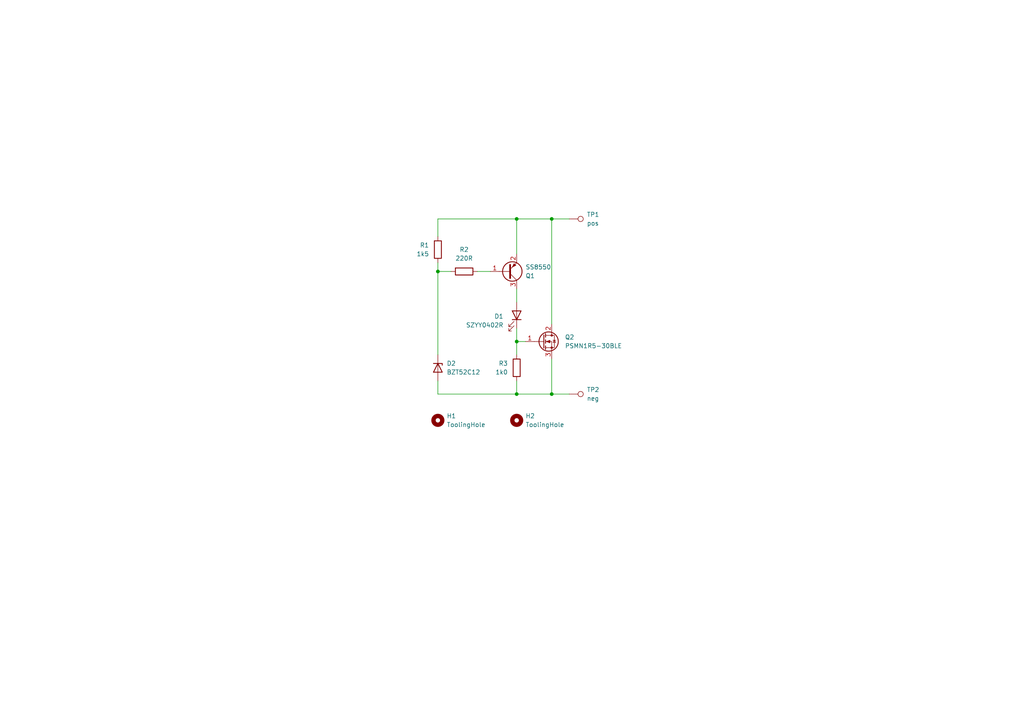
<source format=kicad_sch>
(kicad_sch
	(version 20250114)
	(generator "eeschema")
	(generator_version "9.0")
	(uuid "8a2dbd73-ab29-4ded-aa43-9059d558273c")
	(paper "A4")
	(lib_symbols
		(symbol "Connector:TestPoint"
			(pin_numbers
				(hide yes)
			)
			(pin_names
				(offset 0.762)
				(hide yes)
			)
			(exclude_from_sim no)
			(in_bom yes)
			(on_board yes)
			(property "Reference" "TP"
				(at 0 6.858 0)
				(effects
					(font
						(size 1.27 1.27)
					)
				)
			)
			(property "Value" "TestPoint"
				(at 0 5.08 0)
				(effects
					(font
						(size 1.27 1.27)
					)
				)
			)
			(property "Footprint" ""
				(at 5.08 0 0)
				(effects
					(font
						(size 1.27 1.27)
					)
					(hide yes)
				)
			)
			(property "Datasheet" "~"
				(at 5.08 0 0)
				(effects
					(font
						(size 1.27 1.27)
					)
					(hide yes)
				)
			)
			(property "Description" "test point"
				(at 0 0 0)
				(effects
					(font
						(size 1.27 1.27)
					)
					(hide yes)
				)
			)
			(property "ki_keywords" "test point tp"
				(at 0 0 0)
				(effects
					(font
						(size 1.27 1.27)
					)
					(hide yes)
				)
			)
			(property "ki_fp_filters" "Pin* Test*"
				(at 0 0 0)
				(effects
					(font
						(size 1.27 1.27)
					)
					(hide yes)
				)
			)
			(symbol "TestPoint_0_1"
				(circle
					(center 0 3.302)
					(radius 0.762)
					(stroke
						(width 0)
						(type default)
					)
					(fill
						(type none)
					)
				)
			)
			(symbol "TestPoint_1_1"
				(pin passive line
					(at 0 0 90)
					(length 2.54)
					(name "1"
						(effects
							(font
								(size 1.27 1.27)
							)
						)
					)
					(number "1"
						(effects
							(font
								(size 1.27 1.27)
							)
						)
					)
				)
			)
			(embedded_fonts no)
		)
		(symbol "Device:LED"
			(pin_numbers
				(hide yes)
			)
			(pin_names
				(offset 1.016)
				(hide yes)
			)
			(exclude_from_sim no)
			(in_bom yes)
			(on_board yes)
			(property "Reference" "D"
				(at 0 2.54 0)
				(effects
					(font
						(size 1.27 1.27)
					)
				)
			)
			(property "Value" "LED"
				(at 0 -2.54 0)
				(effects
					(font
						(size 1.27 1.27)
					)
				)
			)
			(property "Footprint" ""
				(at 0 0 0)
				(effects
					(font
						(size 1.27 1.27)
					)
					(hide yes)
				)
			)
			(property "Datasheet" "~"
				(at 0 0 0)
				(effects
					(font
						(size 1.27 1.27)
					)
					(hide yes)
				)
			)
			(property "Description" "Light emitting diode"
				(at 0 0 0)
				(effects
					(font
						(size 1.27 1.27)
					)
					(hide yes)
				)
			)
			(property "Sim.Pins" "1=K 2=A"
				(at 0 0 0)
				(effects
					(font
						(size 1.27 1.27)
					)
					(hide yes)
				)
			)
			(property "ki_keywords" "LED diode"
				(at 0 0 0)
				(effects
					(font
						(size 1.27 1.27)
					)
					(hide yes)
				)
			)
			(property "ki_fp_filters" "LED* LED_SMD:* LED_THT:*"
				(at 0 0 0)
				(effects
					(font
						(size 1.27 1.27)
					)
					(hide yes)
				)
			)
			(symbol "LED_0_1"
				(polyline
					(pts
						(xy -3.048 -0.762) (xy -4.572 -2.286) (xy -3.81 -2.286) (xy -4.572 -2.286) (xy -4.572 -1.524)
					)
					(stroke
						(width 0)
						(type default)
					)
					(fill
						(type none)
					)
				)
				(polyline
					(pts
						(xy -1.778 -0.762) (xy -3.302 -2.286) (xy -2.54 -2.286) (xy -3.302 -2.286) (xy -3.302 -1.524)
					)
					(stroke
						(width 0)
						(type default)
					)
					(fill
						(type none)
					)
				)
				(polyline
					(pts
						(xy -1.27 0) (xy 1.27 0)
					)
					(stroke
						(width 0)
						(type default)
					)
					(fill
						(type none)
					)
				)
				(polyline
					(pts
						(xy -1.27 -1.27) (xy -1.27 1.27)
					)
					(stroke
						(width 0.254)
						(type default)
					)
					(fill
						(type none)
					)
				)
				(polyline
					(pts
						(xy 1.27 -1.27) (xy 1.27 1.27) (xy -1.27 0) (xy 1.27 -1.27)
					)
					(stroke
						(width 0.254)
						(type default)
					)
					(fill
						(type none)
					)
				)
			)
			(symbol "LED_1_1"
				(pin passive line
					(at -3.81 0 0)
					(length 2.54)
					(name "K"
						(effects
							(font
								(size 1.27 1.27)
							)
						)
					)
					(number "1"
						(effects
							(font
								(size 1.27 1.27)
							)
						)
					)
				)
				(pin passive line
					(at 3.81 0 180)
					(length 2.54)
					(name "A"
						(effects
							(font
								(size 1.27 1.27)
							)
						)
					)
					(number "2"
						(effects
							(font
								(size 1.27 1.27)
							)
						)
					)
				)
			)
			(embedded_fonts no)
		)
		(symbol "Device:R"
			(pin_numbers
				(hide yes)
			)
			(pin_names
				(offset 0)
			)
			(exclude_from_sim no)
			(in_bom yes)
			(on_board yes)
			(property "Reference" "R"
				(at 2.032 0 90)
				(effects
					(font
						(size 1.27 1.27)
					)
				)
			)
			(property "Value" "R"
				(at 0 0 90)
				(effects
					(font
						(size 1.27 1.27)
					)
				)
			)
			(property "Footprint" ""
				(at -1.778 0 90)
				(effects
					(font
						(size 1.27 1.27)
					)
					(hide yes)
				)
			)
			(property "Datasheet" "~"
				(at 0 0 0)
				(effects
					(font
						(size 1.27 1.27)
					)
					(hide yes)
				)
			)
			(property "Description" "Resistor"
				(at 0 0 0)
				(effects
					(font
						(size 1.27 1.27)
					)
					(hide yes)
				)
			)
			(property "ki_keywords" "R res resistor"
				(at 0 0 0)
				(effects
					(font
						(size 1.27 1.27)
					)
					(hide yes)
				)
			)
			(property "ki_fp_filters" "R_*"
				(at 0 0 0)
				(effects
					(font
						(size 1.27 1.27)
					)
					(hide yes)
				)
			)
			(symbol "R_0_1"
				(rectangle
					(start -1.016 -2.54)
					(end 1.016 2.54)
					(stroke
						(width 0.254)
						(type default)
					)
					(fill
						(type none)
					)
				)
			)
			(symbol "R_1_1"
				(pin passive line
					(at 0 3.81 270)
					(length 1.27)
					(name "~"
						(effects
							(font
								(size 1.27 1.27)
							)
						)
					)
					(number "1"
						(effects
							(font
								(size 1.27 1.27)
							)
						)
					)
				)
				(pin passive line
					(at 0 -3.81 90)
					(length 1.27)
					(name "~"
						(effects
							(font
								(size 1.27 1.27)
							)
						)
					)
					(number "2"
						(effects
							(font
								(size 1.27 1.27)
							)
						)
					)
				)
			)
			(embedded_fonts no)
		)
		(symbol "Diode:BZT52Bxx"
			(pin_numbers
				(hide yes)
			)
			(pin_names
				(hide yes)
			)
			(exclude_from_sim no)
			(in_bom yes)
			(on_board yes)
			(property "Reference" "D"
				(at 0 2.54 0)
				(effects
					(font
						(size 1.27 1.27)
					)
				)
			)
			(property "Value" "BZT52Bxx"
				(at 0 -2.54 0)
				(effects
					(font
						(size 1.27 1.27)
					)
				)
			)
			(property "Footprint" "Diode_SMD:D_SOD-123F"
				(at 0 -4.445 0)
				(effects
					(font
						(size 1.27 1.27)
					)
					(hide yes)
				)
			)
			(property "Datasheet" "https://diotec.com/tl_files/diotec/files/pdf/datasheets/bzt52b2v4.pdf"
				(at 0 0 0)
				(effects
					(font
						(size 1.27 1.27)
					)
					(hide yes)
				)
			)
			(property "Description" "500mW Zener Diode, SOD-123F"
				(at 0 0 0)
				(effects
					(font
						(size 1.27 1.27)
					)
					(hide yes)
				)
			)
			(property "ki_keywords" "zener diode"
				(at 0 0 0)
				(effects
					(font
						(size 1.27 1.27)
					)
					(hide yes)
				)
			)
			(property "ki_fp_filters" "D?SOD?123F*"
				(at 0 0 0)
				(effects
					(font
						(size 1.27 1.27)
					)
					(hide yes)
				)
			)
			(symbol "BZT52Bxx_0_1"
				(polyline
					(pts
						(xy -1.27 -1.27) (xy -1.27 1.27) (xy -0.762 1.27)
					)
					(stroke
						(width 0.254)
						(type default)
					)
					(fill
						(type none)
					)
				)
				(polyline
					(pts
						(xy 1.27 0) (xy -1.27 0)
					)
					(stroke
						(width 0)
						(type default)
					)
					(fill
						(type none)
					)
				)
				(polyline
					(pts
						(xy 1.27 -1.27) (xy 1.27 1.27) (xy -1.27 0) (xy 1.27 -1.27)
					)
					(stroke
						(width 0.254)
						(type default)
					)
					(fill
						(type none)
					)
				)
			)
			(symbol "BZT52Bxx_1_1"
				(pin passive line
					(at -3.81 0 0)
					(length 2.54)
					(name "K"
						(effects
							(font
								(size 1.27 1.27)
							)
						)
					)
					(number "1"
						(effects
							(font
								(size 1.27 1.27)
							)
						)
					)
				)
				(pin passive line
					(at 3.81 0 180)
					(length 2.54)
					(name "A"
						(effects
							(font
								(size 1.27 1.27)
							)
						)
					)
					(number "2"
						(effects
							(font
								(size 1.27 1.27)
							)
						)
					)
				)
			)
			(embedded_fonts no)
		)
		(symbol "Mechanical:MountingHole"
			(pin_names
				(offset 1.016)
			)
			(exclude_from_sim no)
			(in_bom no)
			(on_board yes)
			(property "Reference" "H"
				(at 0 5.08 0)
				(effects
					(font
						(size 1.27 1.27)
					)
				)
			)
			(property "Value" "MountingHole"
				(at 0 3.175 0)
				(effects
					(font
						(size 1.27 1.27)
					)
				)
			)
			(property "Footprint" ""
				(at 0 0 0)
				(effects
					(font
						(size 1.27 1.27)
					)
					(hide yes)
				)
			)
			(property "Datasheet" "~"
				(at 0 0 0)
				(effects
					(font
						(size 1.27 1.27)
					)
					(hide yes)
				)
			)
			(property "Description" "Mounting Hole without connection"
				(at 0 0 0)
				(effects
					(font
						(size 1.27 1.27)
					)
					(hide yes)
				)
			)
			(property "ki_keywords" "mounting hole"
				(at 0 0 0)
				(effects
					(font
						(size 1.27 1.27)
					)
					(hide yes)
				)
			)
			(property "ki_fp_filters" "MountingHole*"
				(at 0 0 0)
				(effects
					(font
						(size 1.27 1.27)
					)
					(hide yes)
				)
			)
			(symbol "MountingHole_0_1"
				(circle
					(center 0 0)
					(radius 1.27)
					(stroke
						(width 1.27)
						(type default)
					)
					(fill
						(type none)
					)
				)
			)
			(embedded_fonts no)
		)
		(symbol "Transistor_BJT:BC856"
			(pin_names
				(offset 0)
				(hide yes)
			)
			(exclude_from_sim no)
			(in_bom yes)
			(on_board yes)
			(property "Reference" "Q"
				(at 5.08 1.905 0)
				(effects
					(font
						(size 1.27 1.27)
					)
					(justify left)
				)
			)
			(property "Value" "BC856"
				(at 5.08 0 0)
				(effects
					(font
						(size 1.27 1.27)
					)
					(justify left)
				)
			)
			(property "Footprint" "Package_TO_SOT_SMD:SOT-23"
				(at 5.08 -1.905 0)
				(effects
					(font
						(size 1.27 1.27)
						(italic yes)
					)
					(justify left)
					(hide yes)
				)
			)
			(property "Datasheet" "https://www.onsemi.com/pub/Collateral/BC860-D.pdf"
				(at 0 0 0)
				(effects
					(font
						(size 1.27 1.27)
					)
					(justify left)
					(hide yes)
				)
			)
			(property "Description" "0.1A Ic, 65V Vce, PNP Transistor, SOT-23"
				(at 0 0 0)
				(effects
					(font
						(size 1.27 1.27)
					)
					(hide yes)
				)
			)
			(property "ki_keywords" "PNP transistor"
				(at 0 0 0)
				(effects
					(font
						(size 1.27 1.27)
					)
					(hide yes)
				)
			)
			(property "ki_fp_filters" "SOT?23*"
				(at 0 0 0)
				(effects
					(font
						(size 1.27 1.27)
					)
					(hide yes)
				)
			)
			(symbol "BC856_0_1"
				(polyline
					(pts
						(xy -2.54 0) (xy 0.635 0)
					)
					(stroke
						(width 0)
						(type default)
					)
					(fill
						(type none)
					)
				)
				(polyline
					(pts
						(xy 0.635 1.905) (xy 0.635 -1.905)
					)
					(stroke
						(width 0.508)
						(type default)
					)
					(fill
						(type none)
					)
				)
				(polyline
					(pts
						(xy 0.635 0.635) (xy 2.54 2.54)
					)
					(stroke
						(width 0)
						(type default)
					)
					(fill
						(type none)
					)
				)
				(polyline
					(pts
						(xy 0.635 -0.635) (xy 2.54 -2.54)
					)
					(stroke
						(width 0)
						(type default)
					)
					(fill
						(type none)
					)
				)
				(circle
					(center 1.27 0)
					(radius 2.8194)
					(stroke
						(width 0.254)
						(type default)
					)
					(fill
						(type none)
					)
				)
				(polyline
					(pts
						(xy 2.286 -1.778) (xy 1.778 -2.286) (xy 1.27 -1.27) (xy 2.286 -1.778)
					)
					(stroke
						(width 0)
						(type default)
					)
					(fill
						(type outline)
					)
				)
			)
			(symbol "BC856_1_1"
				(pin input line
					(at -5.08 0 0)
					(length 2.54)
					(name "B"
						(effects
							(font
								(size 1.27 1.27)
							)
						)
					)
					(number "1"
						(effects
							(font
								(size 1.27 1.27)
							)
						)
					)
				)
				(pin passive line
					(at 2.54 5.08 270)
					(length 2.54)
					(name "C"
						(effects
							(font
								(size 1.27 1.27)
							)
						)
					)
					(number "3"
						(effects
							(font
								(size 1.27 1.27)
							)
						)
					)
				)
				(pin passive line
					(at 2.54 -5.08 90)
					(length 2.54)
					(name "E"
						(effects
							(font
								(size 1.27 1.27)
							)
						)
					)
					(number "2"
						(effects
							(font
								(size 1.27 1.27)
							)
						)
					)
				)
			)
			(embedded_fonts no)
		)
		(symbol "Transistor_FET:Q_NMOS_GDS"
			(pin_names
				(offset 0)
				(hide yes)
			)
			(exclude_from_sim no)
			(in_bom yes)
			(on_board yes)
			(property "Reference" "Q"
				(at 5.08 1.905 0)
				(effects
					(font
						(size 1.27 1.27)
					)
					(justify left)
				)
			)
			(property "Value" "Q_NMOS_GDS"
				(at 5.08 0 0)
				(effects
					(font
						(size 1.27 1.27)
					)
					(justify left)
				)
			)
			(property "Footprint" ""
				(at 5.08 2.54 0)
				(effects
					(font
						(size 1.27 1.27)
					)
					(hide yes)
				)
			)
			(property "Datasheet" "~"
				(at 0 0 0)
				(effects
					(font
						(size 1.27 1.27)
					)
					(hide yes)
				)
			)
			(property "Description" "N-MOSFET transistor, gate/drain/source"
				(at 0 0 0)
				(effects
					(font
						(size 1.27 1.27)
					)
					(hide yes)
				)
			)
			(property "ki_keywords" "transistor NMOS N-MOS N-MOSFET"
				(at 0 0 0)
				(effects
					(font
						(size 1.27 1.27)
					)
					(hide yes)
				)
			)
			(symbol "Q_NMOS_GDS_0_1"
				(polyline
					(pts
						(xy 0.254 1.905) (xy 0.254 -1.905)
					)
					(stroke
						(width 0.254)
						(type default)
					)
					(fill
						(type none)
					)
				)
				(polyline
					(pts
						(xy 0.254 0) (xy -2.54 0)
					)
					(stroke
						(width 0)
						(type default)
					)
					(fill
						(type none)
					)
				)
				(polyline
					(pts
						(xy 0.762 2.286) (xy 0.762 1.27)
					)
					(stroke
						(width 0.254)
						(type default)
					)
					(fill
						(type none)
					)
				)
				(polyline
					(pts
						(xy 0.762 0.508) (xy 0.762 -0.508)
					)
					(stroke
						(width 0.254)
						(type default)
					)
					(fill
						(type none)
					)
				)
				(polyline
					(pts
						(xy 0.762 -1.27) (xy 0.762 -2.286)
					)
					(stroke
						(width 0.254)
						(type default)
					)
					(fill
						(type none)
					)
				)
				(polyline
					(pts
						(xy 0.762 -1.778) (xy 3.302 -1.778) (xy 3.302 1.778) (xy 0.762 1.778)
					)
					(stroke
						(width 0)
						(type default)
					)
					(fill
						(type none)
					)
				)
				(polyline
					(pts
						(xy 1.016 0) (xy 2.032 0.381) (xy 2.032 -0.381) (xy 1.016 0)
					)
					(stroke
						(width 0)
						(type default)
					)
					(fill
						(type outline)
					)
				)
				(circle
					(center 1.651 0)
					(radius 2.794)
					(stroke
						(width 0.254)
						(type default)
					)
					(fill
						(type none)
					)
				)
				(polyline
					(pts
						(xy 2.54 2.54) (xy 2.54 1.778)
					)
					(stroke
						(width 0)
						(type default)
					)
					(fill
						(type none)
					)
				)
				(circle
					(center 2.54 1.778)
					(radius 0.254)
					(stroke
						(width 0)
						(type default)
					)
					(fill
						(type outline)
					)
				)
				(circle
					(center 2.54 -1.778)
					(radius 0.254)
					(stroke
						(width 0)
						(type default)
					)
					(fill
						(type outline)
					)
				)
				(polyline
					(pts
						(xy 2.54 -2.54) (xy 2.54 0) (xy 0.762 0)
					)
					(stroke
						(width 0)
						(type default)
					)
					(fill
						(type none)
					)
				)
				(polyline
					(pts
						(xy 2.921 0.381) (xy 3.683 0.381)
					)
					(stroke
						(width 0)
						(type default)
					)
					(fill
						(type none)
					)
				)
				(polyline
					(pts
						(xy 3.302 0.381) (xy 2.921 -0.254) (xy 3.683 -0.254) (xy 3.302 0.381)
					)
					(stroke
						(width 0)
						(type default)
					)
					(fill
						(type none)
					)
				)
			)
			(symbol "Q_NMOS_GDS_1_1"
				(pin input line
					(at -5.08 0 0)
					(length 2.54)
					(name "G"
						(effects
							(font
								(size 1.27 1.27)
							)
						)
					)
					(number "1"
						(effects
							(font
								(size 1.27 1.27)
							)
						)
					)
				)
				(pin passive line
					(at 2.54 5.08 270)
					(length 2.54)
					(name "D"
						(effects
							(font
								(size 1.27 1.27)
							)
						)
					)
					(number "2"
						(effects
							(font
								(size 1.27 1.27)
							)
						)
					)
				)
				(pin passive line
					(at 2.54 -5.08 90)
					(length 2.54)
					(name "S"
						(effects
							(font
								(size 1.27 1.27)
							)
						)
					)
					(number "3"
						(effects
							(font
								(size 1.27 1.27)
							)
						)
					)
				)
			)
			(embedded_fonts no)
		)
	)
	(junction
		(at 149.86 114.3)
		(diameter 0)
		(color 0 0 0 0)
		(uuid "1bde5a85-c8f5-4112-8cd1-8268042dfe4e")
	)
	(junction
		(at 160.02 114.3)
		(diameter 0)
		(color 0 0 0 0)
		(uuid "5eb1da5c-263a-4622-936c-8fb74958b58b")
	)
	(junction
		(at 149.86 63.5)
		(diameter 0)
		(color 0 0 0 0)
		(uuid "75aa7ac7-a741-4f15-aeb1-1842e827a061")
	)
	(junction
		(at 149.86 99.06)
		(diameter 0)
		(color 0 0 0 0)
		(uuid "82cb30b9-c1fa-4f12-a726-af36459fe3a8")
	)
	(junction
		(at 160.02 63.5)
		(diameter 0)
		(color 0 0 0 0)
		(uuid "870a3760-a749-4b86-a0ea-d91d7155e164")
	)
	(junction
		(at 127 78.74)
		(diameter 0)
		(color 0 0 0 0)
		(uuid "f6dcdb6d-7a03-472c-b1fe-34161092ff97")
	)
	(wire
		(pts
			(xy 149.86 83.82) (xy 149.86 87.63)
		)
		(stroke
			(width 0)
			(type default)
		)
		(uuid "06f946ff-b7bc-45a5-a85f-d4cf3a4e96a6")
	)
	(wire
		(pts
			(xy 127 68.58) (xy 127 63.5)
		)
		(stroke
			(width 0)
			(type default)
		)
		(uuid "163ab68b-0f09-493b-98d8-212ae9b029e2")
	)
	(wire
		(pts
			(xy 160.02 63.5) (xy 165.1 63.5)
		)
		(stroke
			(width 0)
			(type default)
		)
		(uuid "386d7699-cf80-4e43-9318-5d6de0a78fab")
	)
	(wire
		(pts
			(xy 160.02 114.3) (xy 149.86 114.3)
		)
		(stroke
			(width 0)
			(type default)
		)
		(uuid "3faced38-e736-4fb9-92e5-ac2891e2e931")
	)
	(wire
		(pts
			(xy 149.86 63.5) (xy 149.86 73.66)
		)
		(stroke
			(width 0)
			(type default)
		)
		(uuid "3fc0c850-9e13-4632-a670-ee8cf79b2f56")
	)
	(wire
		(pts
			(xy 127 114.3) (xy 149.86 114.3)
		)
		(stroke
			(width 0)
			(type default)
		)
		(uuid "40165f20-e62e-49bb-9c45-ff63790ad8a2")
	)
	(wire
		(pts
			(xy 149.86 95.25) (xy 149.86 99.06)
		)
		(stroke
			(width 0)
			(type default)
		)
		(uuid "8ce21adc-56e6-4e77-a06f-bf3dacbe8515")
	)
	(wire
		(pts
			(xy 127 78.74) (xy 127 102.87)
		)
		(stroke
			(width 0)
			(type default)
		)
		(uuid "9caf8fcd-e581-4707-b535-23b31be184dd")
	)
	(wire
		(pts
			(xy 127 78.74) (xy 130.81 78.74)
		)
		(stroke
			(width 0)
			(type default)
		)
		(uuid "b4ddf568-28e9-4975-89c5-84afbb7bc253")
	)
	(wire
		(pts
			(xy 160.02 114.3) (xy 165.1 114.3)
		)
		(stroke
			(width 0)
			(type default)
		)
		(uuid "b4ea51df-b2b6-4530-80ac-7a5b10c4461e")
	)
	(wire
		(pts
			(xy 127 110.49) (xy 127 114.3)
		)
		(stroke
			(width 0)
			(type default)
		)
		(uuid "b8f62d5e-741f-4158-849e-36162624dded")
	)
	(wire
		(pts
			(xy 149.86 99.06) (xy 149.86 102.87)
		)
		(stroke
			(width 0)
			(type default)
		)
		(uuid "bb096d06-7f71-426f-8b7b-338b4a49b71d")
	)
	(wire
		(pts
			(xy 138.43 78.74) (xy 142.24 78.74)
		)
		(stroke
			(width 0)
			(type default)
		)
		(uuid "c573aa2d-5bd7-4438-aa75-079d9da4bf18")
	)
	(wire
		(pts
			(xy 127 76.2) (xy 127 78.74)
		)
		(stroke
			(width 0)
			(type default)
		)
		(uuid "cc0c2746-029e-42d5-a201-f260a9d3c1bd")
	)
	(wire
		(pts
			(xy 149.86 99.06) (xy 152.4 99.06)
		)
		(stroke
			(width 0)
			(type default)
		)
		(uuid "d152b9ec-e94f-4728-afda-55b597372330")
	)
	(wire
		(pts
			(xy 149.86 110.49) (xy 149.86 114.3)
		)
		(stroke
			(width 0)
			(type default)
		)
		(uuid "d5017a49-de96-44ff-b9e6-6bc6959ca09d")
	)
	(wire
		(pts
			(xy 127 63.5) (xy 149.86 63.5)
		)
		(stroke
			(width 0)
			(type default)
		)
		(uuid "e7ccbd70-baeb-45da-b76c-098739612244")
	)
	(wire
		(pts
			(xy 160.02 93.98) (xy 160.02 63.5)
		)
		(stroke
			(width 0)
			(type default)
		)
		(uuid "f5274f19-ea00-4536-b789-c96939498be7")
	)
	(wire
		(pts
			(xy 160.02 104.14) (xy 160.02 114.3)
		)
		(stroke
			(width 0)
			(type default)
		)
		(uuid "fc54a3c6-a833-42bf-87e6-6a92a0cf3517")
	)
	(wire
		(pts
			(xy 160.02 63.5) (xy 149.86 63.5)
		)
		(stroke
			(width 0)
			(type default)
		)
		(uuid "fea4a448-06fd-4910-b44c-ed5d2a181a99")
	)
	(symbol
		(lib_id "Transistor_BJT:BC856")
		(at 147.32 78.74 0)
		(mirror x)
		(unit 1)
		(exclude_from_sim no)
		(in_bom yes)
		(on_board yes)
		(dnp no)
		(uuid "014f79dd-16d5-4d31-909a-ccc7e7fc3e17")
		(property "Reference" "Q1"
			(at 152.4 80.0101 0)
			(effects
				(font
					(size 1.27 1.27)
				)
				(justify left)
			)
		)
		(property "Value" "SS8550"
			(at 152.4 77.4701 0)
			(effects
				(font
					(size 1.27 1.27)
				)
				(justify left)
			)
		)
		(property "Footprint" "AART11:SOT-23.kicad_NoSilkScreen_mod"
			(at 152.4 76.835 0)
			(effects
				(font
					(size 1.27 1.27)
					(italic yes)
				)
				(justify left)
				(hide yes)
			)
		)
		(property "Datasheet" ""
			(at 147.32 78.74 0)
			(effects
				(font
					(size 1.27 1.27)
				)
				(justify left)
				(hide yes)
			)
		)
		(property "Description" "PNP Transistor, SOT-23"
			(at 147.32 78.74 0)
			(effects
				(font
					(size 1.27 1.27)
				)
				(hide yes)
			)
		)
		(property "JLCPCB Part #" "C8542"
			(at 147.32 78.74 0)
			(effects
				(font
					(size 1.27 1.27)
				)
				(hide yes)
			)
		)
		(property "Sim.Device" ""
			(at 147.32 78.74 0)
			(effects
				(font
					(size 1.27 1.27)
				)
				(hide yes)
			)
		)
		(property "Sim.Type" ""
			(at 147.32 78.74 0)
			(effects
				(font
					(size 1.27 1.27)
				)
				(hide yes)
			)
		)
		(pin "3"
			(uuid "fb4759e4-ab5f-4803-8f73-f923ae68b974")
		)
		(pin "2"
			(uuid "a2e9fbce-207d-44af-b671-394ee9dba0dc")
		)
		(pin "1"
			(uuid "058d4a05-5889-42c4-8628-d91a9668a964")
		)
		(instances
			(project ""
				(path "/8a2dbd73-ab29-4ded-aa43-9059d558273c"
					(reference "Q1")
					(unit 1)
				)
			)
		)
	)
	(symbol
		(lib_id "Device:R")
		(at 134.62 78.74 270)
		(unit 1)
		(exclude_from_sim no)
		(in_bom yes)
		(on_board yes)
		(dnp no)
		(fields_autoplaced yes)
		(uuid "31fcf375-ec8b-491d-bedd-c783ea28ce73")
		(property "Reference" "R2"
			(at 134.62 72.39 90)
			(effects
				(font
					(size 1.27 1.27)
				)
			)
		)
		(property "Value" "220R"
			(at 134.62 74.93 90)
			(effects
				(font
					(size 1.27 1.27)
				)
			)
		)
		(property "Footprint" "AART11:R_0402_1005Metric_NoSilkScreen"
			(at 134.62 76.962 90)
			(effects
				(font
					(size 1.27 1.27)
				)
				(hide yes)
			)
		)
		(property "Datasheet" "~"
			(at 134.62 78.74 0)
			(effects
				(font
					(size 1.27 1.27)
				)
				(hide yes)
			)
		)
		(property "Description" "Resistor 62.5mW 1%"
			(at 134.62 78.74 0)
			(effects
				(font
					(size 1.27 1.27)
				)
				(hide yes)
			)
		)
		(property "JLCPCB Part #" "C25091"
			(at 134.62 78.74 90)
			(effects
				(font
					(size 1.27 1.27)
				)
				(hide yes)
			)
		)
		(property "Sim.Device" ""
			(at 134.62 78.74 90)
			(effects
				(font
					(size 1.27 1.27)
				)
				(hide yes)
			)
		)
		(property "Sim.Type" ""
			(at 134.62 78.74 90)
			(effects
				(font
					(size 1.27 1.27)
				)
				(hide yes)
			)
		)
		(pin "1"
			(uuid "3ccc5338-bb28-42df-af3f-5a6c38f3b21c")
		)
		(pin "2"
			(uuid "8948ba33-1394-4675-83bd-954db6454998")
		)
		(instances
			(project ""
				(path "/8a2dbd73-ab29-4ded-aa43-9059d558273c"
					(reference "R2")
					(unit 1)
				)
			)
		)
	)
	(symbol
		(lib_id "Device:R")
		(at 149.86 106.68 0)
		(mirror y)
		(unit 1)
		(exclude_from_sim no)
		(in_bom yes)
		(on_board yes)
		(dnp no)
		(uuid "55d05a27-f5e7-42e5-85a5-4516d284698f")
		(property "Reference" "R3"
			(at 147.32 105.4099 0)
			(effects
				(font
					(size 1.27 1.27)
				)
				(justify left)
			)
		)
		(property "Value" "1k0"
			(at 147.32 107.9499 0)
			(effects
				(font
					(size 1.27 1.27)
				)
				(justify left)
			)
		)
		(property "Footprint" "AART11:R_0402_1005Metric_NoSilkScreen"
			(at 151.638 106.68 90)
			(effects
				(font
					(size 1.27 1.27)
				)
				(hide yes)
			)
		)
		(property "Datasheet" "~"
			(at 149.86 106.68 0)
			(effects
				(font
					(size 1.27 1.27)
				)
				(hide yes)
			)
		)
		(property "Description" "Resistor 62.5mW 1%"
			(at 149.86 106.68 0)
			(effects
				(font
					(size 1.27 1.27)
				)
				(hide yes)
			)
		)
		(property "JLCPCB Part #" "C11702"
			(at 149.86 106.68 0)
			(effects
				(font
					(size 1.27 1.27)
				)
				(hide yes)
			)
		)
		(property "Sim.Device" ""
			(at 149.86 106.68 0)
			(effects
				(font
					(size 1.27 1.27)
				)
				(hide yes)
			)
		)
		(property "Sim.Type" ""
			(at 149.86 106.68 0)
			(effects
				(font
					(size 1.27 1.27)
				)
				(hide yes)
			)
		)
		(pin "1"
			(uuid "452d10ab-2f4a-4e2c-a595-389577e1f798")
		)
		(pin "2"
			(uuid "ea53e60b-8878-40e1-b214-35913cfdedb5")
		)
		(instances
			(project ""
				(path "/8a2dbd73-ab29-4ded-aa43-9059d558273c"
					(reference "R3")
					(unit 1)
				)
			)
		)
	)
	(symbol
		(lib_id "Diode:BZT52Bxx")
		(at 127 106.68 270)
		(unit 1)
		(exclude_from_sim no)
		(in_bom yes)
		(on_board yes)
		(dnp no)
		(fields_autoplaced yes)
		(uuid "79d70de8-3481-4a87-a914-184f45d614e1")
		(property "Reference" "D2"
			(at 129.54 105.4099 90)
			(effects
				(font
					(size 1.27 1.27)
				)
				(justify left)
			)
		)
		(property "Value" "BZT52C12"
			(at 129.54 107.9499 90)
			(effects
				(font
					(size 1.27 1.27)
				)
				(justify left)
			)
		)
		(property "Footprint" "AART11:D_SOD-123F_ReducedSilkScreen"
			(at 122.555 106.68 0)
			(effects
				(font
					(size 1.27 1.27)
				)
				(hide yes)
			)
		)
		(property "Datasheet" ""
			(at 127 106.68 0)
			(effects
				(font
					(size 1.27 1.27)
				)
				(hide yes)
			)
		)
		(property "Description" "500mW Zener Diode, SOD-123F"
			(at 127 106.68 0)
			(effects
				(font
					(size 1.27 1.27)
				)
				(hide yes)
			)
		)
		(property "JLCPCB Part #" "C2891780"
			(at 127 106.68 90)
			(effects
				(font
					(size 1.27 1.27)
				)
				(hide yes)
			)
		)
		(property "Sim.Device" ""
			(at 127 106.68 90)
			(effects
				(font
					(size 1.27 1.27)
				)
				(hide yes)
			)
		)
		(property "Sim.Type" ""
			(at 127 106.68 90)
			(effects
				(font
					(size 1.27 1.27)
				)
				(hide yes)
			)
		)
		(pin "1"
			(uuid "5e345c2a-14c0-41e8-bcd1-d20da0e62aa1")
		)
		(pin "2"
			(uuid "882ceb7b-e7f1-4cc9-b2ae-817437900677")
		)
		(instances
			(project ""
				(path "/8a2dbd73-ab29-4ded-aa43-9059d558273c"
					(reference "D2")
					(unit 1)
				)
			)
		)
	)
	(symbol
		(lib_id "Connector:TestPoint")
		(at 165.1 63.5 270)
		(unit 1)
		(exclude_from_sim no)
		(in_bom yes)
		(on_board yes)
		(dnp no)
		(fields_autoplaced yes)
		(uuid "8d614660-f893-4abd-b07d-7e91d27a76bf")
		(property "Reference" "TP1"
			(at 170.18 62.2299 90)
			(effects
				(font
					(size 1.27 1.27)
				)
				(justify left)
			)
		)
		(property "Value" "pos"
			(at 170.18 64.7699 90)
			(effects
				(font
					(size 1.27 1.27)
				)
				(justify left)
			)
		)
		(property "Footprint" "AART11:SolderWirePad_1x01_SMD_5mmx5mm"
			(at 165.1 68.58 0)
			(effects
				(font
					(size 1.27 1.27)
				)
				(hide yes)
			)
		)
		(property "Datasheet" "~"
			(at 165.1 68.58 0)
			(effects
				(font
					(size 1.27 1.27)
				)
				(hide yes)
			)
		)
		(property "Description" "test point"
			(at 165.1 63.5 0)
			(effects
				(font
					(size 1.27 1.27)
				)
				(hide yes)
			)
		)
		(property "Sim.Device" ""
			(at 165.1 63.5 90)
			(effects
				(font
					(size 1.27 1.27)
				)
				(hide yes)
			)
		)
		(property "Sim.Type" ""
			(at 165.1 63.5 90)
			(effects
				(font
					(size 1.27 1.27)
				)
				(hide yes)
			)
		)
		(pin "1"
			(uuid "a5192c8b-ce56-4b9e-b5eb-34a4bb6dc233")
		)
		(instances
			(project ""
				(path "/8a2dbd73-ab29-4ded-aa43-9059d558273c"
					(reference "TP1")
					(unit 1)
				)
			)
		)
	)
	(symbol
		(lib_id "Connector:TestPoint")
		(at 165.1 114.3 270)
		(unit 1)
		(exclude_from_sim no)
		(in_bom yes)
		(on_board yes)
		(dnp no)
		(fields_autoplaced yes)
		(uuid "a09634b8-20a3-4a45-b65c-f0c64efe6e31")
		(property "Reference" "TP2"
			(at 170.18 113.0299 90)
			(effects
				(font
					(size 1.27 1.27)
				)
				(justify left)
			)
		)
		(property "Value" "neg"
			(at 170.18 115.5699 90)
			(effects
				(font
					(size 1.27 1.27)
				)
				(justify left)
			)
		)
		(property "Footprint" "AART11:SolderWirePad_1x01_SMD_5mmx5mm"
			(at 165.1 119.38 0)
			(effects
				(font
					(size 1.27 1.27)
				)
				(hide yes)
			)
		)
		(property "Datasheet" "~"
			(at 165.1 119.38 0)
			(effects
				(font
					(size 1.27 1.27)
				)
				(hide yes)
			)
		)
		(property "Description" "test point"
			(at 165.1 114.3 0)
			(effects
				(font
					(size 1.27 1.27)
				)
				(hide yes)
			)
		)
		(property "Sim.Device" ""
			(at 165.1 114.3 90)
			(effects
				(font
					(size 1.27 1.27)
				)
				(hide yes)
			)
		)
		(property "Sim.Type" ""
			(at 165.1 114.3 90)
			(effects
				(font
					(size 1.27 1.27)
				)
				(hide yes)
			)
		)
		(pin "1"
			(uuid "afe2d949-7a4d-4d96-9754-3b0dc5e4daf6")
		)
		(instances
			(project ""
				(path "/8a2dbd73-ab29-4ded-aa43-9059d558273c"
					(reference "TP2")
					(unit 1)
				)
			)
		)
	)
	(symbol
		(lib_id "Device:LED")
		(at 149.86 91.44 270)
		(mirror x)
		(unit 1)
		(exclude_from_sim no)
		(in_bom yes)
		(on_board yes)
		(dnp no)
		(uuid "a458cf2f-8e3a-41fa-b5e4-b33d16d546f9")
		(property "Reference" "D1"
			(at 146.05 91.7574 90)
			(effects
				(font
					(size 1.27 1.27)
				)
				(justify right)
			)
		)
		(property "Value" "SZYY0402R"
			(at 146.05 94.2974 90)
			(effects
				(font
					(size 1.27 1.27)
				)
				(justify right)
			)
		)
		(property "Footprint" "AART11:LED_0402_1005Metric_ReducedSilkScreen"
			(at 149.86 91.44 0)
			(effects
				(font
					(size 1.27 1.27)
				)
				(hide yes)
			)
		)
		(property "Datasheet" "~"
			(at 149.86 91.44 0)
			(effects
				(font
					(size 1.27 1.27)
				)
				(hide yes)
			)
		)
		(property "Description" "Light emitting diode"
			(at 149.86 91.44 0)
			(effects
				(font
					(size 1.27 1.27)
				)
				(hide yes)
			)
		)
		(property "Sim.Pins" "1=K 2=A"
			(at 149.86 91.44 0)
			(effects
				(font
					(size 1.27 1.27)
				)
				(hide yes)
			)
		)
		(property "JLCPCB Part #" "C434445"
			(at 149.86 91.44 90)
			(effects
				(font
					(size 1.27 1.27)
				)
				(hide yes)
			)
		)
		(property "Sim.Device" ""
			(at 149.86 91.44 90)
			(effects
				(font
					(size 1.27 1.27)
				)
				(hide yes)
			)
		)
		(property "Sim.Type" ""
			(at 149.86 91.44 90)
			(effects
				(font
					(size 1.27 1.27)
				)
				(hide yes)
			)
		)
		(pin "1"
			(uuid "bc9438ea-15ce-4d15-9014-22671a61445f")
		)
		(pin "2"
			(uuid "6e347c8a-27be-4fdd-aaf3-b9186d6082ba")
		)
		(instances
			(project ""
				(path "/8a2dbd73-ab29-4ded-aa43-9059d558273c"
					(reference "D1")
					(unit 1)
				)
			)
		)
	)
	(symbol
		(lib_id "Device:R")
		(at 127 72.39 0)
		(mirror y)
		(unit 1)
		(exclude_from_sim no)
		(in_bom yes)
		(on_board yes)
		(dnp no)
		(uuid "c1e043b6-119d-446c-9caf-ccfba2ade98b")
		(property "Reference" "R1"
			(at 124.46 71.1199 0)
			(effects
				(font
					(size 1.27 1.27)
				)
				(justify left)
			)
		)
		(property "Value" "1k5"
			(at 124.46 73.6599 0)
			(effects
				(font
					(size 1.27 1.27)
				)
				(justify left)
			)
		)
		(property "Footprint" "AART11:R_0402_1005Metric_NoSilkScreen"
			(at 128.778 72.39 90)
			(effects
				(font
					(size 1.27 1.27)
				)
				(hide yes)
			)
		)
		(property "Datasheet" "~"
			(at 127 72.39 0)
			(effects
				(font
					(size 1.27 1.27)
				)
				(hide yes)
			)
		)
		(property "Description" "Resistor 62.5mW 1%"
			(at 127 72.39 0)
			(effects
				(font
					(size 1.27 1.27)
				)
				(hide yes)
			)
		)
		(property "JLCPCB Part #" "C25867"
			(at 127 72.39 0)
			(effects
				(font
					(size 1.27 1.27)
				)
				(hide yes)
			)
		)
		(property "Sim.Device" ""
			(at 127 72.39 0)
			(effects
				(font
					(size 1.27 1.27)
				)
				(hide yes)
			)
		)
		(property "Sim.Type" ""
			(at 127 72.39 0)
			(effects
				(font
					(size 1.27 1.27)
				)
				(hide yes)
			)
		)
		(pin "2"
			(uuid "f1fa60a3-d477-442c-a6c2-ad316d604848")
		)
		(pin "1"
			(uuid "175ed449-1602-46ac-a7b3-b007d0849c60")
		)
		(instances
			(project ""
				(path "/8a2dbd73-ab29-4ded-aa43-9059d558273c"
					(reference "R1")
					(unit 1)
				)
			)
		)
	)
	(symbol
		(lib_id "Mechanical:MountingHole")
		(at 149.86 121.92 0)
		(unit 1)
		(exclude_from_sim no)
		(in_bom no)
		(on_board yes)
		(dnp no)
		(fields_autoplaced yes)
		(uuid "d991209c-d6e0-4bd7-b8c8-e6fd004b724c")
		(property "Reference" "H2"
			(at 152.4 120.6499 0)
			(effects
				(font
					(size 1.27 1.27)
				)
				(justify left)
			)
		)
		(property "Value" "ToolingHole"
			(at 152.4 123.1899 0)
			(effects
				(font
					(size 1.27 1.27)
				)
				(justify left)
			)
		)
		(property "Footprint" "MountingHole:ToolingHole_1.152mm"
			(at 149.86 121.92 0)
			(effects
				(font
					(size 1.27 1.27)
				)
				(hide yes)
			)
		)
		(property "Datasheet" "~"
			(at 149.86 121.92 0)
			(effects
				(font
					(size 1.27 1.27)
				)
				(hide yes)
			)
		)
		(property "Description" "Mounting Hole without connection"
			(at 149.86 121.92 0)
			(effects
				(font
					(size 1.27 1.27)
				)
				(hide yes)
			)
		)
		(property "Sim.Device" ""
			(at 149.86 121.92 0)
			(effects
				(font
					(size 1.27 1.27)
				)
				(hide yes)
			)
		)
		(property "Sim.Type" ""
			(at 149.86 121.92 0)
			(effects
				(font
					(size 1.27 1.27)
				)
				(hide yes)
			)
		)
		(instances
			(project ""
				(path "/8a2dbd73-ab29-4ded-aa43-9059d558273c"
					(reference "H2")
					(unit 1)
				)
			)
		)
	)
	(symbol
		(lib_id "Transistor_FET:Q_NMOS_GDS")
		(at 157.48 99.06 0)
		(unit 1)
		(exclude_from_sim no)
		(in_bom yes)
		(on_board yes)
		(dnp no)
		(fields_autoplaced yes)
		(uuid "e8b0778c-7b9f-4670-a96c-f7bb3dd8078b")
		(property "Reference" "Q2"
			(at 163.83 97.7899 0)
			(effects
				(font
					(size 1.27 1.27)
				)
				(justify left)
			)
		)
		(property "Value" "PSMN1R5-30BLE"
			(at 163.83 100.3299 0)
			(effects
				(font
					(size 1.27 1.27)
				)
				(justify left)
			)
		)
		(property "Footprint" "AART11:TO-263-2.kicad_ReducedSilkscreen_mod"
			(at 162.56 96.52 0)
			(effects
				(font
					(size 1.27 1.27)
				)
				(hide yes)
			)
		)
		(property "Datasheet" "~"
			(at 157.48 99.06 0)
			(effects
				(font
					(size 1.27 1.27)
				)
				(hide yes)
			)
		)
		(property "Description" "N-MOSFET transistor, gate/drain/source"
			(at 157.48 99.06 0)
			(effects
				(font
					(size 1.27 1.27)
				)
				(hide yes)
			)
		)
		(property "JLCPCB Part #" "C20755573"
			(at 157.48 99.06 0)
			(effects
				(font
					(size 1.27 1.27)
				)
				(hide yes)
			)
		)
		(property "Sim.Device" ""
			(at 157.48 99.06 0)
			(effects
				(font
					(size 1.27 1.27)
				)
				(hide yes)
			)
		)
		(property "Sim.Type" ""
			(at 157.48 99.06 0)
			(effects
				(font
					(size 1.27 1.27)
				)
				(hide yes)
			)
		)
		(pin "3"
			(uuid "9759fbd3-ac12-4a00-a412-f4c336ece6c4")
		)
		(pin "1"
			(uuid "199038c1-b30e-4741-a9f8-165a1747131f")
		)
		(pin "2"
			(uuid "db5a9b9e-e5ef-4e34-b3f0-97d6ec94a8e3")
		)
		(instances
			(project ""
				(path "/8a2dbd73-ab29-4ded-aa43-9059d558273c"
					(reference "Q2")
					(unit 1)
				)
			)
		)
	)
	(symbol
		(lib_id "Mechanical:MountingHole")
		(at 127 121.92 0)
		(unit 1)
		(exclude_from_sim no)
		(in_bom no)
		(on_board yes)
		(dnp no)
		(fields_autoplaced yes)
		(uuid "eb2a40af-2cd7-43f4-84ce-482b5f01eb00")
		(property "Reference" "H1"
			(at 129.54 120.6499 0)
			(effects
				(font
					(size 1.27 1.27)
				)
				(justify left)
			)
		)
		(property "Value" "ToolingHole"
			(at 129.54 123.1899 0)
			(effects
				(font
					(size 1.27 1.27)
				)
				(justify left)
			)
		)
		(property "Footprint" "MountingHole:ToolingHole_1.152mm"
			(at 127 121.92 0)
			(effects
				(font
					(size 1.27 1.27)
				)
				(hide yes)
			)
		)
		(property "Datasheet" "~"
			(at 127 121.92 0)
			(effects
				(font
					(size 1.27 1.27)
				)
				(hide yes)
			)
		)
		(property "Description" "Mounting Hole without connection"
			(at 127 121.92 0)
			(effects
				(font
					(size 1.27 1.27)
				)
				(hide yes)
			)
		)
		(property "Sim.Device" ""
			(at 127 121.92 0)
			(effects
				(font
					(size 1.27 1.27)
				)
				(hide yes)
			)
		)
		(property "Sim.Type" ""
			(at 127 121.92 0)
			(effects
				(font
					(size 1.27 1.27)
				)
				(hide yes)
			)
		)
		(instances
			(project ""
				(path "/8a2dbd73-ab29-4ded-aa43-9059d558273c"
					(reference "H1")
					(unit 1)
				)
			)
		)
	)
	(sheet_instances
		(path "/"
			(page "1")
		)
	)
	(embedded_fonts no)
)

</source>
